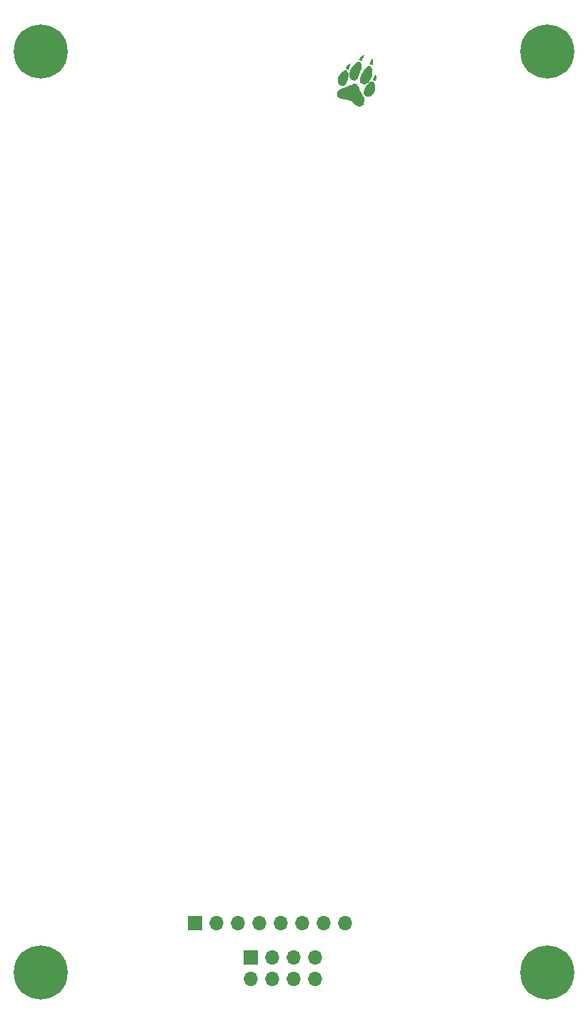
<source format=gbs>
G04 #@! TF.GenerationSoftware,KiCad,Pcbnew,8.0.6+dfsg-1*
G04 #@! TF.CreationDate,2024-11-21T19:14:51-08:00*
G04 #@! TF.ProjectId,digits,64696769-7473-42e6-9b69-6361645f7063,rev?*
G04 #@! TF.SameCoordinates,Original*
G04 #@! TF.FileFunction,Soldermask,Bot*
G04 #@! TF.FilePolarity,Negative*
%FSLAX46Y46*%
G04 Gerber Fmt 4.6, Leading zero omitted, Abs format (unit mm)*
G04 Created by KiCad (PCBNEW 8.0.6+dfsg-1) date 2024-11-21 19:14:51*
%MOMM*%
%LPD*%
G01*
G04 APERTURE LIST*
%ADD10C,0.000000*%
%ADD11C,0.800000*%
%ADD12C,6.400000*%
%ADD13R,1.700000X1.700000*%
%ADD14O,1.700000X1.700000*%
G04 APERTURE END LIST*
D10*
G04 #@! TO.C,REF\u002A\u002A*
G36*
X156666922Y-32713047D02*
G01*
X156709087Y-32798081D01*
X156735059Y-32925156D01*
X156744020Y-33075679D01*
X156735157Y-33231054D01*
X156707652Y-33372689D01*
X156660691Y-33481988D01*
X156625244Y-33531711D01*
X156587943Y-33554909D01*
X156551289Y-33523727D01*
X156547913Y-33519633D01*
X156478810Y-33465933D01*
X156380409Y-33416047D01*
X156253952Y-33365797D01*
X156339517Y-33257018D01*
X156384999Y-33186721D01*
X156450472Y-33058002D01*
X156509153Y-32916060D01*
X156554619Y-32802714D01*
X156597364Y-32718679D01*
X156625865Y-32688134D01*
X156666922Y-32713047D01*
G37*
G36*
X153705740Y-31462357D02*
G01*
X153700964Y-31500912D01*
X153668206Y-31588049D01*
X153614401Y-31703850D01*
X153563637Y-31814053D01*
X153509282Y-31954474D01*
X153478364Y-32063306D01*
X153453339Y-32200941D01*
X153313504Y-32129649D01*
X153283961Y-32115112D01*
X153187691Y-32074622D01*
X153124820Y-32058358D01*
X153104645Y-32053762D01*
X153075970Y-32007180D01*
X153087813Y-31964656D01*
X153140156Y-31871766D01*
X153220109Y-31761104D01*
X153312033Y-31653718D01*
X153400288Y-31570660D01*
X153452331Y-31534231D01*
X153557018Y-31480577D01*
X153649746Y-31453691D01*
X153705740Y-31462357D01*
G37*
G36*
X156287098Y-30831596D02*
G01*
X156326922Y-30914827D01*
X156353292Y-31040077D01*
X156364967Y-31189358D01*
X156360704Y-31344680D01*
X156339262Y-31488054D01*
X156299398Y-31601491D01*
X156276342Y-31641127D01*
X156240956Y-31663024D01*
X156188103Y-31625533D01*
X156139485Y-31588673D01*
X156084634Y-31565522D01*
X156050972Y-31556589D01*
X155981298Y-31517131D01*
X155953888Y-31494506D01*
X155938171Y-31458430D01*
X155955514Y-31400562D01*
X156008647Y-31299146D01*
X156033304Y-31252073D01*
X156100213Y-31104194D01*
X156149402Y-30968432D01*
X156164450Y-30923580D01*
X156205894Y-30840331D01*
X156244553Y-30807313D01*
X156287098Y-30831596D01*
G37*
G36*
X155302263Y-30421537D02*
G01*
X155309386Y-30466246D01*
X155274706Y-30560865D01*
X155198955Y-30712537D01*
X155147144Y-30820381D01*
X155102427Y-30936047D01*
X155085224Y-31013352D01*
X155080227Y-31068707D01*
X155059950Y-31123233D01*
X155048987Y-31134229D01*
X155027493Y-31145262D01*
X154989539Y-31132925D01*
X154909483Y-31091875D01*
X154814491Y-31052197D01*
X154734552Y-31035009D01*
X154734383Y-31035009D01*
X154685284Y-31026549D01*
X154674413Y-30993571D01*
X154703983Y-30923875D01*
X154776204Y-30805258D01*
X154818565Y-30741239D01*
X154923329Y-30609014D01*
X155033253Y-30518393D01*
X155171910Y-30448101D01*
X155252607Y-30419594D01*
X155302263Y-30421537D01*
G37*
G36*
X153190000Y-32255416D02*
G01*
X153280826Y-32331453D01*
X153304090Y-32356112D01*
X153415783Y-32529590D01*
X153475305Y-32729014D01*
X153473734Y-32926857D01*
X153456819Y-32999869D01*
X153412877Y-33151871D01*
X153354469Y-33331751D01*
X153290253Y-33514266D01*
X153228885Y-33674175D01*
X153179022Y-33786235D01*
X153157855Y-33824383D01*
X153028224Y-33978016D01*
X152862059Y-34066542D01*
X152835561Y-34074251D01*
X152707200Y-34098493D01*
X152596686Y-34084180D01*
X152465044Y-34027477D01*
X152345871Y-33941583D01*
X152241459Y-33792711D01*
X152185056Y-33608351D01*
X152174738Y-33399721D01*
X152208577Y-33178042D01*
X152284648Y-32954533D01*
X152401024Y-32740414D01*
X152555780Y-32546906D01*
X152746988Y-32385227D01*
X152875459Y-32302312D01*
X153003168Y-32239249D01*
X153102731Y-32224149D01*
X153190000Y-32255416D01*
G37*
G36*
X154771164Y-31257417D02*
G01*
X154905149Y-31329464D01*
X154918443Y-31343822D01*
X154958049Y-31443564D01*
X154973769Y-31597760D01*
X154967550Y-31792978D01*
X154941336Y-32015786D01*
X154897076Y-32252755D01*
X154836716Y-32490450D01*
X154762201Y-32715442D01*
X154675480Y-32914298D01*
X154675116Y-32915013D01*
X154546218Y-33122181D01*
X154392420Y-33296507D01*
X154232239Y-33416989D01*
X154232190Y-33417016D01*
X154143310Y-33453314D01*
X154055912Y-33450893D01*
X153937215Y-33408848D01*
X153923881Y-33402980D01*
X153745348Y-33283800D01*
X153620302Y-33116208D01*
X153551272Y-32907602D01*
X153540787Y-32665385D01*
X153591377Y-32396955D01*
X153665690Y-32188732D01*
X153787712Y-31945630D01*
X153934524Y-31728794D01*
X154098434Y-31544476D01*
X154271747Y-31398928D01*
X154446769Y-31298401D01*
X154615806Y-31249147D01*
X154771164Y-31257417D01*
G37*
G36*
X155966902Y-31735773D02*
G01*
X156072476Y-31813454D01*
X156131763Y-31877617D01*
X156200100Y-31990196D01*
X156240428Y-32129904D01*
X156256541Y-32312356D01*
X156252235Y-32553167D01*
X156247973Y-32633412D01*
X156233506Y-32800318D01*
X156208717Y-32931626D01*
X156166870Y-33056339D01*
X156101230Y-33203463D01*
X156037541Y-33329856D01*
X155894750Y-33556727D01*
X155740967Y-33722302D01*
X155567789Y-33836550D01*
X155419865Y-33894603D01*
X155248707Y-33910942D01*
X155074529Y-33864336D01*
X154923577Y-33771222D01*
X154826274Y-33638229D01*
X154786517Y-33464695D01*
X154804180Y-33248267D01*
X154879138Y-32986595D01*
X155011266Y-32677328D01*
X155023047Y-32653298D01*
X155123496Y-32469898D01*
X155240940Y-32282303D01*
X155352350Y-32127626D01*
X155468621Y-31988317D01*
X155618939Y-31834431D01*
X155747309Y-31743131D01*
X155860904Y-31711289D01*
X155966902Y-31735773D01*
G37*
G36*
X156328505Y-33588453D02*
G01*
X156406591Y-33609816D01*
X156460962Y-33662048D01*
X156518935Y-33764328D01*
X156535897Y-33798201D01*
X156572297Y-33887723D01*
X156591546Y-33981350D01*
X156597051Y-34102882D01*
X156592222Y-34276119D01*
X156584182Y-34414457D01*
X156564906Y-34567984D01*
X156531419Y-34691210D01*
X156477998Y-34810939D01*
X156367557Y-35000521D01*
X156210709Y-35191744D01*
X156037874Y-35318429D01*
X155955372Y-35354759D01*
X155763159Y-35387436D01*
X155580942Y-35351439D01*
X155422458Y-35251022D01*
X155301445Y-35090438D01*
X155276355Y-35033392D01*
X155251911Y-34906722D01*
X155267806Y-34760216D01*
X155326335Y-34580714D01*
X155429795Y-34355056D01*
X155506718Y-34203352D01*
X155596761Y-34036080D01*
X155672335Y-33914695D01*
X155743303Y-33825549D01*
X155819527Y-33754993D01*
X155910871Y-33689382D01*
X156031557Y-33618558D01*
X156138262Y-33585105D01*
X156260046Y-33582547D01*
X156328505Y-33588453D01*
G37*
G36*
X154376553Y-33867436D02*
G01*
X154497558Y-33965390D01*
X154603344Y-34132019D01*
X154701879Y-34370895D01*
X154752758Y-34500266D01*
X154842202Y-34698800D01*
X154947375Y-34910862D01*
X155054721Y-35108129D01*
X155293732Y-35523123D01*
X155293732Y-35834991D01*
X155290710Y-35961655D01*
X155267154Y-36133831D01*
X155212259Y-36260124D01*
X155116591Y-36358391D01*
X154970718Y-36446492D01*
X154916178Y-36472437D01*
X154805275Y-36514662D01*
X154726520Y-36530958D01*
X154624747Y-36512047D01*
X154471207Y-36446158D01*
X154305258Y-36343802D01*
X154147626Y-36216247D01*
X153945490Y-36043338D01*
X153714201Y-35890188D01*
X153469359Y-35781736D01*
X153191022Y-35709447D01*
X152859249Y-35664785D01*
X152695708Y-35644956D01*
X152503582Y-35606112D01*
X152368592Y-35557748D01*
X152323899Y-35532126D01*
X152179172Y-35400445D01*
X152090491Y-35233614D01*
X152061065Y-35047628D01*
X152094105Y-34858480D01*
X152192822Y-34682164D01*
X152261165Y-34605415D01*
X152401507Y-34488500D01*
X152578494Y-34389103D01*
X152805168Y-34300481D01*
X153094571Y-34215888D01*
X153261255Y-34168819D01*
X153471388Y-34101010D01*
X153661428Y-34031185D01*
X153804445Y-33968718D01*
X153842530Y-33949913D01*
X154057007Y-33863269D01*
X154232359Y-33834586D01*
X154376553Y-33867436D01*
G37*
G04 #@! TD*
D11*
G04 #@! TO.C,H1*
X114600000Y-30000000D03*
X115302944Y-28302944D03*
X115302944Y-31697056D03*
X117000000Y-27600000D03*
D12*
X117000000Y-30000000D03*
D11*
X117000000Y-32400000D03*
X118697056Y-28302944D03*
X118697056Y-31697056D03*
X119400000Y-30000000D03*
G04 #@! TD*
G04 #@! TO.C,H3*
X114600000Y-139000000D03*
X115302944Y-137302944D03*
X115302944Y-140697056D03*
X117000000Y-136600000D03*
D12*
X117000000Y-139000000D03*
D11*
X117000000Y-141400000D03*
X118697056Y-137302944D03*
X118697056Y-140697056D03*
X119400000Y-139000000D03*
G04 #@! TD*
G04 #@! TO.C,H2*
X174600000Y-30000000D03*
X175302944Y-28302944D03*
X175302944Y-31697056D03*
X177000000Y-27600000D03*
D12*
X177000000Y-30000000D03*
D11*
X177000000Y-32400000D03*
X178697056Y-28302944D03*
X178697056Y-31697056D03*
X179400000Y-30000000D03*
G04 #@! TD*
G04 #@! TO.C,H4*
X174600000Y-139000000D03*
X175302944Y-137302944D03*
X175302944Y-140697056D03*
X177000000Y-136600000D03*
D12*
X177000000Y-139000000D03*
D11*
X177000000Y-141400000D03*
X178697056Y-137302944D03*
X178697056Y-140697056D03*
X179400000Y-139000000D03*
G04 #@! TD*
D13*
G04 #@! TO.C,J1*
X135230000Y-133180000D03*
D14*
X137770000Y-133180000D03*
X140310000Y-133180000D03*
X142850000Y-133180000D03*
X145390000Y-133180000D03*
X147930000Y-133180000D03*
X150470000Y-133180000D03*
X153010000Y-133180000D03*
G04 #@! TD*
D13*
G04 #@! TO.C,J2*
X141890000Y-137220000D03*
D14*
X141890000Y-139760000D03*
X144430000Y-137220000D03*
X144430000Y-139760000D03*
X146970000Y-137220000D03*
X146970000Y-139760000D03*
X149510000Y-137220000D03*
X149510000Y-139760000D03*
G04 #@! TD*
M02*

</source>
